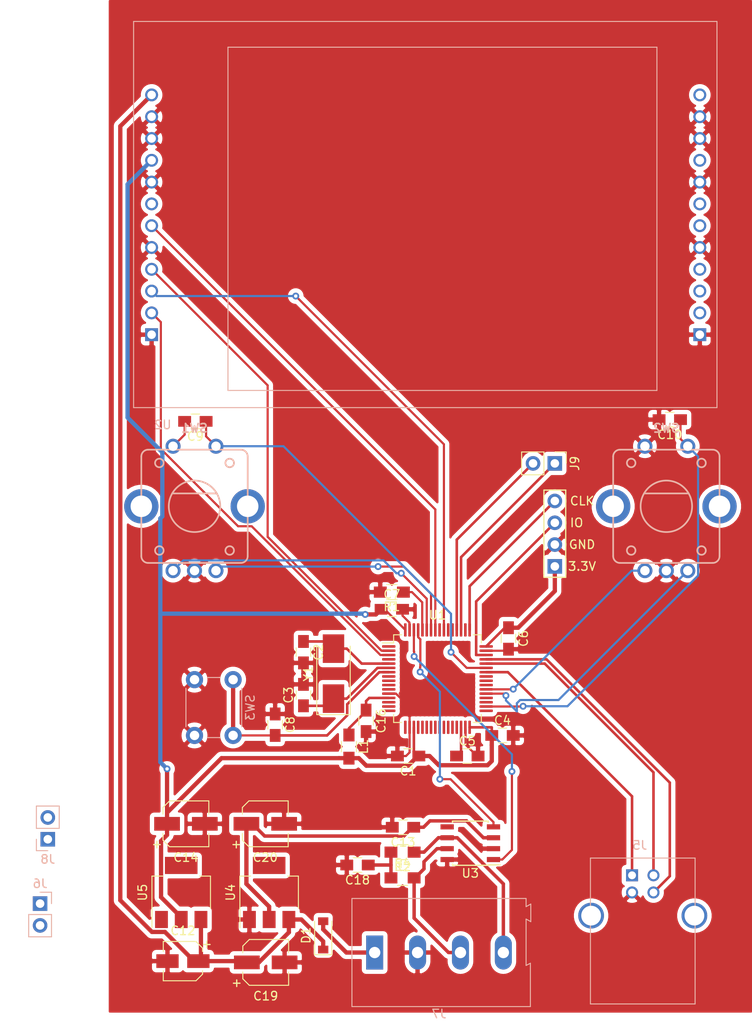
<source format=kicad_pcb>
(kicad_pcb (version 20171130) (host pcbnew "(5.1.5)-3")
  (layers (0 F.Cu signal) (31 B.Cu signal) (34 B.Paste user) (35 F.Paste user) (36 B.SilkS user) (37 F.SilkS user) (38 B.Mask user) (39 F.Mask user) (44 Edge.Cuts user))
  (net 0 "")
  (net 1 +3V3)
  (net 2 GND)
  (net 3 "Net-(C2-Pad1)")
  (net 4 "Net-(C3-Pad1)")
  (net 5 "Net-(C5-Pad1)")
  (net 6 NRST)
  (net 7 "Net-(C9-Pad2)")
  (net 8 L_ENC_BTN)
  (net 9 R_ENC_BTN)
  (net 10 VCC)
  (net 11 +5V)
  (net 12 +3.3VA)
  (net 13 "Net-(C18-Pad1)")
  (net 14 +12V)
  (net 15 SWCLK)
  (net 16 SWDIO)
  (net 17 PA15)
  (net 18 PA8)
  (net 19 PA7)
  (net 20 PA6)
  (net 21 PA5)
  (net 22 PA4)
  (net 23 PA3)
  (net 24 PA2)
  (net 25 PA1)
  (net 26 PA0)
  (net 27 PB0)
  (net 28 PB1)
  (net 29 PB2)
  (net 30 PB4)
  (net 31 PB10)
  (net 32 PB12)
  (net 33 PB14)
  (net 34 PB15)
  (net 35 PD2)
  (net 36 PC15)
  (net 37 PC12)
  (net 38 PC9)
  (net 39 PC8)
  (net 40 PC5)
  (net 41 PC4)
  (net 42 PC3)
  (net 43 PC2)
  (net 44 PC1)
  (net 45 PC0)
  (net 46 USB_DM)
  (net 47 USB_VBUS)
  (net 48 USB_DP)
  (net 49 CANL)
  (net 50 CANH)
  (net 51 USART3_RX)
  (net 52 USART3_TX)
  (net 53 "Net-(R1-Pad1)")
  (net 54 L_ENC_UP)
  (net 55 L_ENC_DN)
  (net 56 R_ENC_DN)
  (net 57 R_ENC_UP)
  (net 58 "Net-(U1-Pad1)")
  (net 59 LCD_DC)
  (net 60 LCD_RESET)
  (net 61 LCD_SCK)
  (net 62 LCD_MOSI)
  (net 63 CAN1_RX)
  (net 64 CAN1_TX)
  (net 65 "Net-(U2-Pad7)")
  (net 66 "Net-(U2-Pad21)")
  (net 67 "Net-(U2-Pad19)")
  (net 68 "Net-(U2-Pad18)")
  (net 69 "Net-(U2-Pad16)")
  (net 70 "Net-(U2-Pad14)")
  (net 71 "Net-(U2-Pad15)")
  (net 72 "Net-(U3-Pad5)")
  (net 73 "Net-(U2-Pad24)")
  (module Socket_Strips:Socket_Strip_Straight_1x02_Pitch2.54mm (layer F.Cu) (at 142 80 270)
    (fp_text reference J9 (at 0 -2.33 90) (layer F.SilkS))
    (fp_text value Conn_01x02)
    (pad 1 thru_hole rect (at 0 0 270) (size 1.7 1.7) (drill 1) (layers *.Cu *.Mask) (net 52 USART3_TX))
    (pad 2 thru_hole oval (at 0 2.54 270) (size 1.7 1.7) (drill 1) (layers *.Cu *.Mask) (net 51 USART3_RX))
  )
  (module Socket_Strips:Socket_Strip_Straight_1x02_Pitch2.54mm (layer B.Cu) (at 82.9 123.8)
    (fp_text reference J8 (at 0 2.33 180) (layer B.SilkS) (effects (justify mirror)))
    (fp_text value Conn_01x02)
    (pad 1 thru_hole rect (at 0 0) (size 1.7 1.7) (drill 1) (layers *.Cu *.Mask) (net 1 +3V3))
    (pad 2 thru_hole oval (at 0 -2.54) (size 1.7 1.7) (drill 1) (layers *.Cu *.Mask) (net 2 GND))
  )
  (module Socket_Strips:Socket_Strip_Straight_1x02_Pitch2.54mm (layer B.Cu) (at 82 131.3 180)
    (fp_text reference J6 (at 0 2.33) (layer B.SilkS) (effects (justify mirror)))
    (fp_text value Conn_01x02)
    (pad 1 thru_hole rect (at 0 0 180) (size 1.7 1.7) (drill 1) (layers *.Cu *.Mask) (net 11 +5V))
    (pad 2 thru_hole oval (at 0 -2.54 180) (size 1.7 1.7) (drill 1) (layers *.Cu *.Mask) (net 2 GND))
  )
  (module Capacitors_SMD:C_0805_HandSoldering (layer F.Cu) (at 124.9 114.1 180)
    (fp_text reference C1 (at 0 -1.75) (layer F.SilkS))
    (fp_text value 100nF)
    (pad 1 smd rect (at -1.25 0 180) (size 1.5 1.25) (layers F.Cu F.Paste F.Mask) (net 1 +3V3))
    (pad 2 smd rect (at 1.25 0 180) (size 1.5 1.25) (layers F.Cu F.Paste F.Mask) (net 2 GND))
  )
  (module Capacitors_SMD:C_0805_HandSoldering (layer F.Cu) (at 112.7 102 270)
    (fp_text reference C2 (at 0 -1.75 90) (layer F.SilkS))
    (fp_text value 18pF)
    (pad 1 smd rect (at -1.25 0 270) (size 1.5 1.25) (layers F.Cu F.Paste F.Mask) (net 3 "Net-(C2-Pad1)"))
    (pad 2 smd rect (at 1.25 0 270) (size 1.5 1.25) (layers F.Cu F.Paste F.Mask) (net 2 GND))
  )
  (module Capacitors_SMD:C_0805_HandSoldering (layer F.Cu) (at 112.7 107 90)
    (fp_text reference C3 (at 0 -1.75 90) (layer F.SilkS))
    (fp_text value 18pF)
    (pad 2 smd rect (at 1.25 0 90) (size 1.5 1.25) (layers F.Cu F.Paste F.Mask) (net 2 GND))
    (pad 1 smd rect (at -1.25 0 90) (size 1.5 1.25) (layers F.Cu F.Paste F.Mask) (net 4 "Net-(C3-Pad1)"))
  )
  (module Capacitors_SMD:C_0805_HandSoldering (layer F.Cu) (at 135.9 111.7)
    (fp_text reference C4 (at 0 -1.75) (layer F.SilkS))
    (fp_text value 100nF)
    (pad 2 smd rect (at 1.25 0) (size 1.5 1.25) (layers F.Cu F.Paste F.Mask) (net 2 GND))
    (pad 1 smd rect (at -1.25 0) (size 1.5 1.25) (layers F.Cu F.Paste F.Mask) (net 1 +3V3))
  )
  (module Capacitors_SMD:C_0805_HandSoldering (layer F.Cu) (at 131.8 114.1)
    (fp_text reference C5 (at 0 -1.75) (layer F.SilkS))
    (fp_text value 2.2uF)
    (pad 2 smd rect (at 1.25 0) (size 1.5 1.25) (layers F.Cu F.Paste F.Mask) (net 2 GND))
    (pad 1 smd rect (at -1.25 0) (size 1.5 1.25) (layers F.Cu F.Paste F.Mask) (net 5 "Net-(C5-Pad1)"))
  )
  (module Capacitors_SMD:C_0805_HandSoldering (layer F.Cu) (at 136.6 100.4 270)
    (fp_text reference C6 (at 0 -1.75 90) (layer F.SilkS))
    (fp_text value 100nF)
    (pad 1 smd rect (at -1.25 0 270) (size 1.5 1.25) (layers F.Cu F.Paste F.Mask) (net 1 +3V3))
    (pad 2 smd rect (at 1.25 0 270) (size 1.5 1.25) (layers F.Cu F.Paste F.Mask) (net 2 GND))
  )
  (module Capacitors_SMD:C_0805_HandSoldering (layer F.Cu) (at 123 97)
    (fp_text reference C7 (at 0 -1.75) (layer F.SilkS))
    (fp_text value 100nF)
    (pad 2 smd rect (at 1.25 0) (size 1.5 1.25) (layers F.Cu F.Paste F.Mask) (net 2 GND))
    (pad 1 smd rect (at -1.25 0) (size 1.5 1.25) (layers F.Cu F.Paste F.Mask) (net 1 +3V3))
  )
  (module Capacitors_SMD:C_0805_HandSoldering (layer F.Cu) (at 109.4 110.45 270)
    (fp_text reference C8 (at 0 -1.75 90) (layer F.SilkS))
    (fp_text value 100nF)
    (pad 2 smd rect (at 1.25 0 270) (size 1.5 1.25) (layers F.Cu F.Paste F.Mask) (net 6 NRST))
    (pad 1 smd rect (at -1.25 0 270) (size 1.5 1.25) (layers F.Cu F.Paste F.Mask) (net 2 GND))
  )
  (module Capacitors_SMD:C_0805_HandSoldering (layer F.Cu) (at 100.1 75.1 180)
    (fp_text reference C9 (at 0 -1.75) (layer F.SilkS))
    (fp_text value 100nF)
    (pad 2 smd rect (at 1.25 0 180) (size 1.5 1.25) (layers F.Cu F.Paste F.Mask) (net 7 "Net-(C9-Pad2)"))
    (pad 1 smd rect (at -1.25 0 180) (size 1.5 1.25) (layers F.Cu F.Paste F.Mask) (net 8 L_ENC_BTN))
  )
  (module Capacitors_SMD:C_0805_HandSoldering (layer F.Cu) (at 155.4 74.9 180)
    (fp_text reference C10 (at 0 -1.75) (layer F.SilkS))
    (fp_text value 100nF)
    (pad 1 smd rect (at -1.25 0 180) (size 1.5 1.25) (layers F.Cu F.Paste F.Mask) (net 9 R_ENC_BTN))
    (pad 2 smd rect (at 1.25 0 180) (size 1.5 1.25) (layers F.Cu F.Paste F.Mask) (net 2 GND))
  )
  (module Capacitors_SMD:CP_Elec_4x5.8 (layer F.Cu) (at 98.65 138 180)
    (fp_text reference C12 (at 0 3.54) (layer F.SilkS))
    (fp_text value 22uF)
    (fp_text user + (at -2.78 2.01) (layer F.SilkS))
    (pad 2 smd rect (at 1.8 0) (size 2.6 1.6) (layers F.Cu F.Paste F.Mask) (net 2 GND))
    (pad 1 smd rect (at -1.8 0) (size 2.6 1.6) (layers F.Cu F.Paste F.Mask) (net 10 VCC))
  )
  (module Capacitors_SMD:C_0805_HandSoldering (layer F.Cu) (at 124.3 122.4 180)
    (fp_text reference C13 (at 0 -1.75) (layer F.SilkS))
    (fp_text value 100nF)
    (pad 2 smd rect (at 1.25 0 180) (size 1.5 1.25) (layers F.Cu F.Paste F.Mask) (net 2 GND))
    (pad 1 smd rect (at -1.25 0 180) (size 1.5 1.25) (layers F.Cu F.Paste F.Mask) (net 11 +5V))
  )
  (module Capacitors_SMD:CP_Elec_5x5.8 (layer F.Cu) (at 99 122)
    (fp_text reference C14 (at 0 3.92) (layer F.SilkS))
    (fp_text value 47uF)
    (fp_text user + (at -3.38 2.35) (layer F.SilkS))
    (pad 2 smd rect (at 2.2 0 180) (size 3 1.6) (layers F.Cu F.Paste F.Mask) (net 2 GND))
    (pad 1 smd rect (at -2.2 0 180) (size 3 1.6) (layers F.Cu F.Paste F.Mask) (net 1 +3V3))
  )
  (module Capacitors_SMD:C_0805_HandSoldering (layer F.Cu) (at 120 110 270)
    (fp_text reference C16 (at 0 -1.75 90) (layer F.SilkS))
    (fp_text value 100nF)
    (pad 1 smd rect (at -1.25 0 270) (size 1.5 1.25) (layers F.Cu F.Paste F.Mask) (net 12 +3.3VA))
    (pad 2 smd rect (at 1.25 0 270) (size 1.5 1.25) (layers F.Cu F.Paste F.Mask) (net 2 GND))
  )
  (module Capacitors_SMD:C_0805_HandSoldering (layer F.Cu) (at 119 126.8 180)
    (fp_text reference C18 (at 0 -1.75) (layer F.SilkS))
    (fp_text value 47nF)
    (pad 1 smd rect (at -1.25 0 180) (size 1.5 1.25) (layers F.Cu F.Paste F.Mask) (net 13 "Net-(C18-Pad1)"))
    (pad 2 smd rect (at 1.25 0 180) (size 1.5 1.25) (layers F.Cu F.Paste F.Mask) (net 2 GND))
  )
  (module Capacitors_SMD:CP_Elec_5x5.8 (layer F.Cu) (at 108.3 138.15)
    (fp_text reference C19 (at 0 3.92) (layer F.SilkS))
    (fp_text value 10uF)
    (fp_text user + (at -3.38 2.35) (layer F.SilkS))
    (pad 1 smd rect (at -2.2 0 180) (size 3 1.6) (layers F.Cu F.Paste F.Mask) (net 10 VCC))
    (pad 2 smd rect (at 2.2 0 180) (size 3 1.6) (layers F.Cu F.Paste F.Mask) (net 2 GND))
  )
  (module Capacitors_SMD:CP_Elec_5x5.8 (layer F.Cu) (at 108.25 122)
    (fp_text reference C20 (at 0 3.92) (layer F.SilkS))
    (fp_text value 22uF)
    (fp_text user + (at -3.38 2.35) (layer F.SilkS))
    (pad 2 smd rect (at 2.2 0 180) (size 3 1.6) (layers F.Cu F.Paste F.Mask) (net 2 GND))
    (pad 1 smd rect (at -2.2 0 180) (size 3 1.6) (layers F.Cu F.Paste F.Mask) (net 11 +5V))
  )
  (module Diodes_SMD:D_SOD-123 (layer F.Cu) (at 115 135 90)
    (fp_text reference D1 (at 0 -2 90) (layer F.SilkS))
    (fp_text value 1N5819)
    (pad 2 smd rect (at 1.65 0 90) (size 0.9 1.2) (layers F.Cu F.Paste F.Mask) (net 14 +12V))
    (pad 1 smd rect (at -1.65 0 90) (size 0.9 1.2) (layers F.Cu F.Paste F.Mask) (net 10 VCC))
  )
  (module Custom_Footprints:SWD_header (layer F.Cu) (at 142 92 90)
    (fp_text reference J1 hide)
    (fp_text value SWD_Header)
    (fp_text user 3.3V (at 0 3.175) (layer F.SilkS))
    (fp_text user GND (at 2.54 3.175) (layer F.SilkS))
    (fp_text user IO (at 5.08 2.54) (layer F.SilkS))
    (fp_text user CLK (at 7.62 3.175) (layer F.SilkS))
    (pad 4 thru_hole circle (at 7.62 0 90) (size 1.7 1.7) (drill 1) (layers *.Cu *.Mask) (net 15 SWCLK))
    (pad 3 thru_hole circle (at 5.08 0 90) (size 1.7 1.7) (drill 1) (layers *.Cu *.Mask) (net 16 SWDIO))
    (pad 2 thru_hole circle (at 2.54 0 90) (size 1.7 1.7) (drill 1) (layers *.Cu *.Mask) (net 2 GND))
    (pad 1 thru_hole rect (at 0 0 90) (size 1.7 1.7) (drill 1) (layers *.Cu *.Mask) (net 1 +3V3))
  )
  (module Custom_Footprints:USB_B_Molex (layer B.Cu) (at 151 128 180)
    (fp_text reference J5 (at -0.9 3.5) (layer B.SilkS) (effects (justify mirror)))
    (fp_text value USB_B_Micro)
    (pad 2 thru_hole circle (at -2.5 0 180) (size 1.4 1.4) (drill 0.92) (layers *.Cu *.Mask) (net 46 USB_DM))
    (pad "" thru_hole circle (at -7.27 -4.7 180) (size 3 3) (drill 2.3) (layers *.Cu *.Mask))
    (pad 1 thru_hole rect (at 0 0 180) (size 1.4 1.4) (drill 0.92) (layers *.Cu *.Mask) (net 47 USB_VBUS))
    (pad 3 thru_hole circle (at -2.5 -2 180) (size 1.4 1.4) (drill 0.92) (layers *.Cu *.Mask) (net 48 USB_DP))
    (pad 4 thru_hole circle (at 0 -2 180) (size 1.4 1.4) (drill 0.92) (layers *.Cu *.Mask) (net 2 GND))
    (pad "" thru_hole circle (at 4.77 -4.7 180) (size 3 3) (drill 2.3) (layers *.Cu *.Mask))
  )
  (module Connectors_Terminal_Blocks:TerminalBlock_Altech_AK300-4_P5.00mm (layer B.Cu) (at 121 137)
    (fp_text reference J7 (at 7.5 7.15) (layer B.SilkS) (effects (justify mirror)))
    (fp_text value "CAN Header")
    (pad 3 thru_hole oval (at 10 0) (size 1.98 3.96) (drill 1.32) (layers *.Cu *.Mask) (net 50 CANH))
    (pad 4 thru_hole oval (at 15 0) (size 1.98 3.96) (drill 1.32) (layers *.Cu *.Mask) (net 49 CANL))
    (pad 2 thru_hole oval (at 5 0) (size 1.98 3.96) (drill 1.32) (layers *.Cu *.Mask) (net 2 GND))
    (pad 1 thru_hole rect (at 0 0) (size 1.98 3.96) (drill 1.32) (layers *.Cu *.Mask) (net 14 +12V))
  )
  (module Resistors_SMD:R_0805_HandSoldering (layer F.Cu) (at 118 113 270)
    (fp_text reference L1 (at 0 -1.7 90) (layer F.SilkS))
    (fp_text value L)
    (pad 2 smd rect (at 1.35 0 270) (size 1.5 1.3) (layers F.Cu F.Paste F.Mask) (net 1 +3V3))
    (pad 1 smd rect (at -1.35 0 270) (size 1.5 1.3) (layers F.Cu F.Paste F.Mask) (net 12 +3.3VA))
  )
  (module Resistors_SMD:R_0805_HandSoldering (layer F.Cu) (at 123 95 180)
    (fp_text reference R1 (at 0 -1.7) (layer F.SilkS))
    (fp_text value 10k)
    (pad 2 smd rect (at 1.35 0 180) (size 1.5 1.3) (layers F.Cu F.Paste F.Mask) (net 2 GND))
    (pad 1 smd rect (at -1.35 0 180) (size 1.5 1.3) (layers F.Cu F.Paste F.Mask) (net 53 "Net-(R1-Pad1)"))
  )
  (module Resistors_SMD:R_0805_HandSoldering (layer F.Cu) (at 124.25 125.3 180)
    (fp_text reference R2 (at 0 -1.7) (layer F.SilkS))
    (fp_text value 60)
    (pad 1 smd rect (at -1.35 0 180) (size 1.5 1.3) (layers F.Cu F.Paste F.Mask) (net 49 CANL))
    (pad 2 smd rect (at 1.35 0 180) (size 1.5 1.3) (layers F.Cu F.Paste F.Mask) (net 13 "Net-(C18-Pad1)"))
  )
  (module Resistors_SMD:R_0805_HandSoldering (layer F.Cu) (at 124.25 128.3)
    (fp_text reference R4 (at 0 -1.7) (layer F.SilkS))
    (fp_text value 60)
    (pad 1 smd rect (at -1.35 0) (size 1.5 1.3) (layers F.Cu F.Paste F.Mask) (net 13 "Net-(C18-Pad1)"))
    (pad 2 smd rect (at 1.35 0) (size 1.5 1.3) (layers F.Cu F.Paste F.Mask) (net 50 CANH))
  )
  (module Custom_Footprints:Encoder (layer B.Cu) (at 100 85 180)
    (fp_text reference SW1 (at 0 9.1) (layer B.SilkS) (effects (font (thickness 0.2)) (justify mirror)))
    (fp_text value Left_Encoder hide)
    (pad A thru_hole circle (at -2.5 -7.5 180) (size 1.75 1.75) (drill 1.1) (layers *.Cu *.Mask) (net 54 L_ENC_UP))
    (pad B thru_hole circle (at 2.5 -7.5 180) (size 1.75 1.75) (drill 1.1) (layers *.Cu *.Mask) (net 55 L_ENC_DN))
    (pad C thru_hole circle (at 0 -7.5 180) (size 1.75 1.75) (drill 1.1) (layers *.Cu *.Mask) (net 2 GND))
    (pad S2 thru_hole circle (at 2.5 7 180) (size 1.75 1.75) (drill 1.1) (layers *.Cu *.Mask) (net 7 "Net-(C9-Pad2)"))
    (pad S1 thru_hole circle (at -2.5 7 180) (size 1.75 1.75) (drill 1.1) (layers *.Cu *.Mask) (net 8 L_ENC_BTN))
    (pad body thru_hole oval (at 6.2 0 180) (size 4 4) (drill 2.5) (layers *.Cu *.Mask))
    (pad body thru_hole oval (at -6.2 0 180) (size 4 4) (drill 2.5) (layers *.Cu *.Mask))
  )
  (module Custom_Footprints:Encoder (layer B.Cu) (at 155 85 180)
    (fp_text reference SW2 (at 0 9.1) (layer B.SilkS) (effects (font (thickness 0.2)) (justify mirror)))
    (fp_text value Right_Encoder hide)
    (pad body thru_hole oval (at -6.2 0 180) (size 4 4) (drill 2.5) (layers *.Cu *.Mask))
    (pad body thru_hole oval (at 6.2 0 180) (size 4 4) (drill 2.5) (layers *.Cu *.Mask))
    (pad S1 thru_hole circle (at -2.5 7 180) (size 1.75 1.75) (drill 1.1) (layers *.Cu *.Mask) (net 9 R_ENC_BTN))
    (pad S2 thru_hole circle (at 2.5 7 180) (size 1.75 1.75) (drill 1.1) (layers *.Cu *.Mask) (net 2 GND))
    (pad C thru_hole circle (at 0 -7.5 180) (size 1.75 1.75) (drill 1.1) (layers *.Cu *.Mask) (net 2 GND))
    (pad B thru_hole circle (at 2.5 -7.5 180) (size 1.75 1.75) (drill 1.1) (layers *.Cu *.Mask) (net 56 R_ENC_DN))
    (pad A thru_hole circle (at -2.5 -7.5 180) (size 1.75 1.75) (drill 1.1) (layers *.Cu *.Mask) (net 57 R_ENC_UP))
  )
  (module Buttons_Switches_THT:SW_PUSH_6mm (layer B.Cu) (at 104.5 111.7 90)
    (fp_text reference SW3 (at 3.25 2 90) (layer B.SilkS) (effects (justify mirror)))
    (fp_text value SW_Push)
    (pad 1 thru_hole circle (at 6.5 0) (size 2 2) (drill 1.1) (layers *.Cu *.Mask) (net 6 NRST))
    (pad 2 thru_hole circle (at 6.5 -4.5) (size 2 2) (drill 1.1) (layers *.Cu *.Mask) (net 2 GND))
    (pad 1 thru_hole circle (at 0 0) (size 2 2) (drill 1.1) (layers *.Cu *.Mask) (net 6 NRST))
    (pad 2 thru_hole circle (at 0 -4.5) (size 2 2) (drill 1.1) (layers *.Cu *.Mask) (net 2 GND))
  )
  (module Package_QFP:LQFP-64_10x10mm_P0.5mm (layer F.Cu) (at 128.32 105.08)
    (fp_text reference U1 (at 0 -7.4) (layer F.SilkS))
    (fp_text value STM32F446RETx)
    (pad 1 smd roundrect (at -5.675 -3.75) (size 1.55 0.3) (layers F.Cu F.Paste F.Mask) (net 58 "Net-(U1-Pad1)"))
    (pad 2 smd roundrect (at -5.675 -3.25) (size 1.55 0.3) (layers F.Cu F.Paste F.Mask) (net 59 LCD_DC))
    (pad 3 smd roundrect (at -5.675 -2.75) (size 1.55 0.3) (layers F.Cu F.Paste F.Mask) (net 60 LCD_RESET))
    (pad 4 smd roundrect (at -5.675 -2.25) (size 1.55 0.3) (layers F.Cu F.Paste F.Mask) (net 36 PC15))
    (pad 5 smd roundrect (at -5.675 -1.75) (size 1.55 0.3) (layers F.Cu F.Paste F.Mask) (net 3 "Net-(C2-Pad1)"))
    (pad 6 smd roundrect (at -5.675 -1.25) (size 1.55 0.3) (layers F.Cu F.Paste F.Mask) (net 4 "Net-(C3-Pad1)"))
    (pad 7 smd roundrect (at -5.675 -0.75) (size 1.55 0.3) (layers F.Cu F.Paste F.Mask) (net 6 NRST))
    (pad 8 smd roundrect (at -5.675 -0.25) (size 1.55 0.3) (layers F.Cu F.Paste F.Mask) (net 45 PC0))
    (pad 9 smd roundrect (at -5.675 0.25) (size 1.55 0.3) (layers F.Cu F.Paste F.Mask) (net 44 PC1))
    (pad 10 smd roundrect (at -5.675 0.75) (size 1.55 0.3) (layers F.Cu F.Paste F.Mask) (net 43 PC2))
    (pad 11 smd roundrect (at -5.675 1.25) (size 1.55 0.3) (layers F.Cu F.Paste F.Mask) (net 42 PC3))
    (pad 12 smd roundrect (at -5.675 1.75) (size 1.55 0.3) (layers F.Cu F.Paste F.Mask) (net 2 GND))
    (pad 13 smd roundrect (at -5.675 2.25) (size 1.55 0.3) (layers F.Cu F.Paste F.Mask) (net 12 +3.3VA))
    (pad 14 smd roundrect (at -5.675 2.75) (size 1.55 0.3) (layers F.Cu F.Paste F.Mask) (net 26 PA0))
    (pad 15 smd roundrect (at -5.675 3.25) (size 1.55 0.3) (layers F.Cu F.Paste F.Mask) (net 25 PA1))
    (pad 16 smd roundrect (at -5.675 3.75) (size 1.55 0.3) (layers F.Cu F.Paste F.Mask) (net 24 PA2))
    (pad 17 smd roundrect (at -3.75 5.675) (size 0.3 1.55) (layers F.Cu F.Paste F.Mask) (net 23 PA3))
    (pad 18 smd roundrect (at -3.25 5.675) (size 0.3 1.55) (layers F.Cu F.Paste F.Mask) (net 2 GND))
    (pad 19 smd roundrect (at -2.75 5.675) (size 0.3 1.55) (layers F.Cu F.Paste F.Mask) (net 1 +3V3))
    (pad 20 smd roundrect (at -2.25 5.675) (size 0.3 1.55) (layers F.Cu F.Paste F.Mask) (net 22 PA4))
    (pad 21 smd roundrect (at -1.75 5.675) (size 0.3 1.55) (layers F.Cu F.Paste F.Mask) (net 21 PA5))
    (pad 22 smd roundrect (at -1.25 5.675) (size 0.3 1.55) (layers F.Cu F.Paste F.Mask) (net 20 PA6))
    (pad 23 smd roundrect (at -0.75 5.675) (size 0.3 1.55) (layers F.Cu F.Paste F.Mask) (net 19 PA7))
    (pad 24 smd roundrect (at -0.25 5.675) (size 0.3 1.55) (layers F.Cu F.Paste F.Mask) (net 41 PC4))
    (pad 25 smd roundrect (at 0.25 5.675) (size 0.3 1.55) (layers F.Cu F.Paste F.Mask) (net 40 PC5))
    (pad 26 smd roundrect (at 0.75 5.675) (size 0.3 1.55) (layers F.Cu F.Paste F.Mask) (net 27 PB0))
    (pad 27 smd roundrect (at 1.25 5.675) (size 0.3 1.55) (layers F.Cu F.Paste F.Mask) (net 28 PB1))
    (pad 28 smd roundrect (at 1.75 5.675) (size 0.3 1.55) (layers F.Cu F.Paste F.Mask) (net 29 PB2))
    (pad 29 smd roundrect (at 2.25 5.675) (size 0.3 1.55) (layers F.Cu F.Paste F.Mask) (net 31 PB10))
    (pad 30 smd roundrect (at 2.75 5.675) (size 0.3 1.55) (layers F.Cu F.Paste F.Mask) (net 5 "Net-(C5-Pad1)"))
    (pad 31 smd roundrect (at 3.25 5.675) (size 0.3 1.55) (layers F.Cu F.Paste F.Mask) (net 2 GND))
    (pad 32 smd roundrect (at 3.75 5.675) (size 0.3 1.55) (layers F.Cu F.Paste F.Mask) (net 1 +3V3))
    (pad 33 smd roundrect (at 5.675 3.75) (size 1.55 0.3) (layers F.Cu F.Paste F.Mask) (net 32 PB12))
    (pad 34 smd roundrect (at 5.675 3.25) (size 1.55 0.3) (layers F.Cu F.Paste F.Mask) (net 9 R_ENC_BTN))
    (pad 35 smd roundrect (at 5.675 2.75) (size 1.55 0.3) (layers F.Cu F.Paste F.Mask) (net 33 PB14))
    (pad 36 smd roundrect (at 5.675 2.25) (size 1.55 0.3) (layers F.Cu F.Paste F.Mask) (net 34 PB15))
    (pad 37 smd roundrect (at 5.675 1.75) (size 1.55 0.3) (layers F.Cu F.Paste F.Mask) (net 57 R_ENC_UP))
    (pad 38 smd roundrect (at 5.675 1.25) (size 1.55 0.3) (layers F.Cu F.Paste F.Mask) (net 56 R_ENC_DN))
    (pad 39 smd roundrect (at 5.675 0.75) (size 1.55 0.3) (layers F.Cu F.Paste F.Mask) (net 39 PC8))
    (pad 40 smd roundrect (at 5.675 0.25) (size 1.55 0.3) (layers F.Cu F.Paste F.Mask) (net 38 PC9))
    (pad 41 smd roundrect (at 5.675 -0.25) (size 1.55 0.3) (layers F.Cu F.Paste F.Mask) (net 18 PA8))
    (pad 42 smd roundrect (at 5.675 -0.75) (size 1.55 0.3) (layers F.Cu F.Paste F.Mask) (net 47 USB_VBUS))
    (pad 43 smd roundrect (at 5.675 -1.25) (size 1.55 0.3) (layers F.Cu F.Paste F.Mask) (net 8 L_ENC_BTN))
    (pad 44 smd roundrect (at 5.675 -1.75) (size 1.55 0.3) (layers F.Cu F.Paste F.Mask) (net 46 USB_DM))
    (pad 45 smd roundrect (at 5.675 -2.25) (size 1.55 0.3) (layers F.Cu F.Paste F.Mask) (net 48 USB_DP))
    (pad 46 smd roundrect (at 5.675 -2.75) (size 1.55 0.3) (layers F.Cu F.Paste F.Mask) (net 16 SWDIO))
    (pad 47 smd roundrect (at 5.675 -3.25) (size 1.55 0.3) (layers F.Cu F.Paste F.Mask) (net 2 GND))
    (pad 48 smd roundrect (at 5.675 -3.75) (size 1.55 0.3) (layers F.Cu F.Paste F.Mask) (net 1 +3V3))
    (pad 49 smd roundrect (at 3.75 -5.675) (size 0.3 1.55) (layers F.Cu F.Paste F.Mask) (net 15 SWCLK))
    (pad 50 smd roundrect (at 3.25 -5.675) (size 0.3 1.55) (layers F.Cu F.Paste F.Mask) (net 17 PA15))
    (pad 51 smd roundrect (at 2.75 -5.675) (size 0.3 1.55) (layers F.Cu F.Paste F.Mask) (net 52 USART3_TX))
    (pad 52 smd roundrect (at 2.25 -5.675) (size 0.3 1.55) (layers F.Cu F.Paste F.Mask) (net 51 USART3_RX))
    (pad 53 smd roundrect (at 1.75 -5.675) (size 0.3 1.55) (layers F.Cu F.Paste F.Mask) (net 37 PC12))
    (pad 54 smd roundrect (at 1.25 -5.675) (size 0.3 1.55) (layers F.Cu F.Paste F.Mask) (net 35 PD2))
    (pad 55 smd roundrect (at 0.75 -5.675) (size 0.3 1.55) (layers F.Cu F.Paste F.Mask) (net 61 LCD_SCK))
    (pad 56 smd roundrect (at 0.25 -5.675) (size 0.3 1.55) (layers F.Cu F.Paste F.Mask) (net 30 PB4))
    (pad 57 smd roundrect (at -0.25 -5.675) (size 0.3 1.55) (layers F.Cu F.Paste F.Mask) (net 62 LCD_MOSI))
    (pad 58 smd roundrect (at -0.75 -5.675) (size 0.3 1.55) (layers F.Cu F.Paste F.Mask) (net 54 L_ENC_UP))
    (pad 59 smd roundrect (at -1.25 -5.675) (size 0.3 1.55) (layers F.Cu F.Paste F.Mask) (net 55 L_ENC_DN))
    (pad 60 smd roundrect (at -1.75 -5.675) (size 0.3 1.55) (layers F.Cu F.Paste F.Mask) (net 53 "Net-(R1-Pad1)"))
    (pad 61 smd roundrect (at -2.25 -5.675) (size 0.3 1.55) (layers F.Cu F.Paste F.Mask) (net 63 CAN1_RX))
    (pad 62 smd roundrect (at -2.75 -5.675) (size 0.3 1.55) (layers F.Cu F.Paste F.Mask) (net 64 CAN1_TX))
    (pad 63 smd roundrect (at -3.25 -5.675) (size 0.3 1.55) (layers F.Cu F.Paste F.Mask) (net 2 GND))
    (pad 64 smd roundrect (at -3.75 -5.675) (size 0.3 1.55) (layers F.Cu F.Paste F.Mask) (net 1 +3V3))
  )
  (module Custom_Footprints:ILI9341_SPI_daughterboard (layer B.Cu) (at 95 65)
    (fp_text reference U2 (at 1.3 10.5) (layer B.SilkS) (effects (justify mirror)))
    (fp_text value ILI9341_SPI_Daughterboard)
    (pad 12 thru_hole circle (at 0 -27.94) (size 1.5 1.5) (drill 1) (layers *.Cu *.Mask) (net 10 VCC))
    (pad 11 thru_hole circle (at 0 -25.4) (size 1.5 1.5) (drill 1) (layers *.Cu *.Mask) (net 2 GND))
    (pad 10 thru_hole circle (at 0 -22.86) (size 1.5 1.5) (drill 1) (layers *.Cu *.Mask) (net 2 GND))
    (pad 9 thru_hole circle (at 0 -20.32) (size 1.5 1.5) (drill 1) (layers *.Cu *.Mask) (net 1 +3V3))
    (pad 8 thru_hole circle (at 0 -17.78) (size 1.5 1.5) (drill 1) (layers *.Cu *.Mask) (net 2 GND))
    (pad 7 thru_hole circle (at 0 -15.24) (size 1.5 1.5) (drill 1) (layers *.Cu *.Mask) (net 65 "Net-(U2-Pad7)"))
    (pad 6 thru_hole circle (at 0 -12.7) (size 1.5 1.5) (drill 1) (layers *.Cu *.Mask) (net 62 LCD_MOSI))
    (pad 5 thru_hole circle (at 0 -10.16) (size 1.5 1.5) (drill 1) (layers *.Cu *.Mask) (net 2 GND))
    (pad 4 thru_hole circle (at 0 -7.62) (size 1.5 1.5) (drill 1) (layers *.Cu *.Mask) (net 59 LCD_DC))
    (pad 3 thru_hole circle (at 0 -5.08) (size 1.5 1.5) (drill 1) (layers *.Cu *.Mask) (net 61 LCD_SCK))
    (pad 2 thru_hole circle (at 0 -2.54) (size 1.5 1.5) (drill 1) (layers *.Cu *.Mask) (net 60 LCD_RESET))
    (pad 1 thru_hole rect (at 0 0) (size 1.5 1.5) (drill 1) (layers *.Cu *.Mask) (net 2 GND))
    (pad 24 thru_hole circle (at 63.9 -27.94) (size 1.5 1.5) (drill 1) (layers *.Cu *.Mask) (net 73 "Net-(U2-Pad24)"))
    (pad 23 thru_hole circle (at 63.9 -25.4) (size 1.5 1.5) (drill 1) (layers *.Cu *.Mask) (net 2 GND))
    (pad 22 thru_hole circle (at 63.9 -22.86) (size 1.5 1.5) (drill 1) (layers *.Cu *.Mask) (net 2 GND))
    (pad 21 thru_hole circle (at 63.9 -20.32) (size 1.5 1.5) (drill 1) (layers *.Cu *.Mask) (net 66 "Net-(U2-Pad21)"))
    (pad 20 thru_hole circle (at 63.9 -17.78) (size 1.5 1.5) (drill 1) (layers *.Cu *.Mask) (net 2 GND))
    (pad 19 thru_hole circle (at 63.9 -15.24) (size 1.5 1.5) (drill 1) (layers *.Cu *.Mask) (net 67 "Net-(U2-Pad19)"))
    (pad 18 thru_hole circle (at 63.9 -12.7) (size 1.5 1.5) (drill 1) (layers *.Cu *.Mask) (net 68 "Net-(U2-Pad18)"))
    (pad 17 thru_hole circle (at 63.9 -10.16) (size 1.5 1.5) (drill 1) (layers *.Cu *.Mask) (net 2 GND))
    (pad 16 thru_hole circle (at 63.9 -7.62) (size 1.5 1.5) (drill 1) (layers *.Cu *.Mask) (net 69 "Net-(U2-Pad16)"))
    (pad 13 thru_hole rect (at 63.9 0) (size 1.5 1.5) (drill 1) (layers *.Cu *.Mask) (net 2 GND))
    (pad 14 thru_hole circle (at 63.9 -2.54) (size 1.5 1.5) (drill 1) (layers *.Cu *.Mask) (net 70 "Net-(U2-Pad14)"))
    (pad 15 thru_hole circle (at 63.9 -5.08) (size 1.5 1.5) (drill 1) (layers *.Cu *.Mask) (net 71 "Net-(U2-Pad15)"))
  )
  (module Housings_SOIC:SOIC-8_3.9x4.9mm_Pitch1.27mm (layer F.Cu) (at 132.15 124.26 180)
    (fp_text reference U3 (at 0 -3.5) (layer F.SilkS))
    (fp_text value TJA1051T)
    (pad 8 smd rect (at 2.7 -1.905 180) (size 1.55 0.6) (layers F.Cu F.Paste F.Mask) (net 2 GND))
    (pad 7 smd rect (at 2.7 -0.635 180) (size 1.55 0.6) (layers F.Cu F.Paste F.Mask) (net 50 CANH))
    (pad 6 smd rect (at 2.7 0.635 180) (size 1.55 0.6) (layers F.Cu F.Paste F.Mask) (net 49 CANL))
    (pad 5 smd rect (at 2.7 1.905 180) (size 1.55 0.6) (layers F.Cu F.Paste F.Mask) (net 72 "Net-(U3-Pad5)"))
    (pad 4 smd rect (at -2.7 1.905 180) (size 1.55 0.6) (layers F.Cu F.Paste F.Mask) (net 63 CAN1_RX))
    (pad 3 smd rect (at -2.7 0.635 180) (size 1.55 0.6) (layers F.Cu F.Paste F.Mask) (net 11 +5V))
    (pad 2 smd rect (at -2.7 -0.635 180) (size 1.55 0.6) (layers F.Cu F.Paste F.Mask) (net 2 GND))
    (pad 1 smd rect (at -2.7 -1.905 180) (size 1.55 0.6) (layers F.Cu F.Paste F.Mask) (net 64 CAN1_TX))
  )
  (module TO_SOT_Packages_SMD:SOT-223 (layer F.Cu) (at 108.7 130 90)
    (fp_text reference U4 (at 0 -4.5 90) (layer F.SilkS))
    (fp_text value LM1117-5.0)
    (pad 1 smd rect (at -3.15 -2.3 90) (size 2 1.5) (layers F.Cu F.Paste F.Mask) (net 2 GND))
    (pad 3 smd rect (at -3.15 2.3 90) (size 2 1.5) (layers F.Cu F.Paste F.Mask) (net 10 VCC))
    (pad 2 smd rect (at -3.15 0 90) (size 2 1.5) (layers F.Cu F.Paste F.Mask) (net 11 +5V))
    (pad 4 smd rect (at 3.15 0 90) (size 2 3.8) (layers F.Cu F.Paste F.Mask))
  )
  (module TO_SOT_Packages_SMD:SOT-223 (layer F.Cu) (at 98.45 130 90)
    (fp_text reference U5 (at 0 -4.5 90) (layer F.SilkS))
    (fp_text value LM1117-3.3)
    (pad 4 smd rect (at 3.15 0 90) (size 2 3.8) (layers F.Cu F.Paste F.Mask))
    (pad 2 smd rect (at -3.15 0 90) (size 2 1.5) (layers F.Cu F.Paste F.Mask) (net 1 +3V3))
    (pad 3 smd rect (at -3.15 2.3 90) (size 2 1.5) (layers F.Cu F.Paste F.Mask) (net 10 VCC))
    (pad 1 smd rect (at -3.15 -2.3 90) (size 2 1.5) (layers F.Cu F.Paste F.Mask) (net 2 GND))
  )
  (module Crystals:Crystal_SMD_0603-2pin_6.0x3.5mm_HandSoldering (layer F.Cu) (at 116.2 104.5 90)
    (fp_text reference Y1 (at 0 -2.95 90) (layer F.SilkS))
    (fp_text value Crystal)
    (pad 2 smd rect (at 2.9125 0 90) (size 3.325 2.5) (layers F.Cu F.Paste F.Mask) (net 3 "Net-(C2-Pad1)"))
    (pad 1 smd rect (at -2.9125 0 90) (size 3.325 2.5) (layers F.Cu F.Paste F.Mask) (net 4 "Net-(C3-Pad1)"))
  )
  (segment (start 125.57 113.52) (end 126.15 114.1) (width 0.3) (layer F.Cu) (net 1))
  (segment (start 125.57 110.755) (end 125.57 113.52) (width 0.3) (layer F.Cu) (net 1))
  (segment (start 134.65 110.775) (end 134.65 111.7) (width 0.3) (layer F.Cu) (net 1))
  (segment (start 134.63 110.755) (end 134.65 110.775) (width 0.3) (layer F.Cu) (net 1))
  (segment (start 132.07 110.755) (end 134.63 110.755) (width 0.3) (layer F.Cu) (net 1))
  (segment (start 136.175 99.15) (end 136.6 99.15) (width 0.3) (layer F.Cu) (net 1))
  (segment (start 133.995 101.33) (end 136.175 99.15) (width 0.3) (layer F.Cu) (net 1))
  (segment (start 98.45 132.9) (end 98.45 133.15) (width 0.5) (layer F.Cu) (net 1))
  (segment (start 96.099999 130.549999) (end 98.45 132.9) (width 0.5) (layer F.Cu) (net 1))
  (segment (start 96.099999 124.000001) (end 96.099999 130.549999) (width 0.5) (layer F.Cu) (net 1))
  (segment (start 96.8 123.3) (end 96.099999 124.000001) (width 0.5) (layer F.Cu) (net 1))
  (segment (start 96.8 122) (end 96.8 123.3) (width 0.5) (layer F.Cu) (net 1))
  (segment (start 122.165 97) (end 121.75 97) (width 0.25) (layer F.Cu) (net 1))
  (segment (start 124.57 99.405) (end 122.165 97) (width 0.25) (layer F.Cu) (net 1))
  (segment (start 116.85 114.35) (end 118 114.35) (width 0.5) (layer F.Cu) (net 1))
  (segment (start 103.15 114.35) (end 116.85 114.35) (width 0.5) (layer F.Cu) (net 1))
  (segment (start 96.8 120.7) (end 103.15 114.35) (width 0.5) (layer F.Cu) (net 1))
  (segment (start 96.8 122) (end 96.8 120.7) (width 0.5) (layer F.Cu) (net 1))
  (segment (start 120.025 115.225) (end 124.9 115.225) (width 0.5) (layer F.Cu) (net 1))
  (segment (start 124.9 115.225) (end 126.025 114.1) (width 0.5) (layer F.Cu) (net 1))
  (segment (start 119.15 114.35) (end 120.025 115.225) (width 0.5) (layer F.Cu) (net 1))
  (segment (start 126.025 114.1) (end 126.15 114.1) (width 0.5) (layer F.Cu) (net 1))
  (segment (start 118 114.35) (end 119.15 114.35) (width 0.5) (layer F.Cu) (net 1))
  (segment (start 134.65 112.825) (end 134.65 111.7) (width 0.5) (layer F.Cu) (net 1))
  (segment (start 134.160001 115.175001) (end 134.65 114.685002) (width 0.5) (layer F.Cu) (net 1))
  (segment (start 128.475001 115.175001) (end 134.160001 115.175001) (width 0.5) (layer F.Cu) (net 1))
  (segment (start 134.65 114.685002) (end 134.65 112.825) (width 0.5) (layer F.Cu) (net 1))
  (segment (start 127.4 114.1) (end 128.475001 115.175001) (width 0.5) (layer F.Cu) (net 1))
  (segment (start 126.15 114.1) (end 127.4 114.1) (width 0.5) (layer F.Cu) (net 1))
  (segment (start 142 93.35) (end 142 92) (width 0.5) (layer F.Cu) (net 1))
  (segment (start 137.725 99.15) (end 142 94.875) (width 0.5) (layer F.Cu) (net 1))
  (segment (start 142 94.875) (end 142 93.35) (width 0.5) (layer F.Cu) (net 1))
  (segment (start 136.6 99.15) (end 137.725 99.15) (width 0.5) (layer F.Cu) (net 1))
  (via (at 96.8 115.6) (size 0.8) (drill 0.4) (layers F.Cu B.Cu) (net 1))
  (segment (start 96.8 120.7) (end 96.8 115.6) (width 0.5) (layer F.Cu) (net 1))
  (segment (start 96.250001 78.711003) (end 92.2 74.661002) (width 0.5) (layer B.Cu) (net 1))
  (segment (start 96.250001 86.176001) (end 96.250001 78.711003) (width 0.5) (layer B.Cu) (net 1))
  (segment (start 96.013001 86.413001) (end 96.250001 86.176001) (width 0.5) (layer B.Cu) (net 1))
  (segment (start 96.8 115.6) (end 96.013001 114.813001) (width 0.5) (layer B.Cu) (net 1))
  (segment (start 92.2 47.48) (end 95 44.68) (width 0.5) (layer B.Cu) (net 1))
  (segment (start 92.2 74.661002) (end 92.2 47.48) (width 0.5) (layer B.Cu) (net 1))
  (via (at 119.9 97.6) (size 0.8) (drill 0.4) (layers F.Cu B.Cu) (net 1))
  (segment (start 119.813001 97.513001) (end 119.9 97.6) (width 0.5) (layer B.Cu) (net 1))
  (segment (start 96.013001 97.513001) (end 96.013001 86.413001) (width 0.5) (layer B.Cu) (net 1))
  (segment (start 96.013001 97.513001) (end 119.813001 97.513001) (width 0.5) (layer B.Cu) (net 1))
  (segment (start 96.013001 114.813001) (end 96.013001 97.513001) (width 0.5) (layer B.Cu) (net 1))
  (segment (start 121.15 97.6) (end 121.75 97) (width 0.5) (layer F.Cu) (net 1))
  (segment (start 119.9 97.6) (end 121.15 97.6) (width 0.5) (layer F.Cu) (net 1))
  (segment (start 136.42 101.83) (end 136.6 101.65) (width 0.25) (layer F.Cu) (net 2))
  (segment (start 133.995 101.83) (end 136.42 101.83) (width 0.25) (layer F.Cu) (net 2))
  (segment (start 125.07 113.68) (end 124.65 114.1) (width 0.25) (layer F.Cu) (net 2))
  (segment (start 124.65 114.1) (end 123.65 114.1) (width 0.25) (layer F.Cu) (net 2))
  (segment (start 125.07 110.755) (end 125.07 113.68) (width 0.25) (layer F.Cu) (net 2))
  (segment (start 125.07 108.414298) (end 125.07 110.755) (width 0.25) (layer F.Cu) (net 2))
  (segment (start 122.645 106.83) (end 123.485702 106.83) (width 0.25) (layer F.Cu) (net 2))
  (segment (start 123.485702 106.83) (end 125.07 108.414298) (width 0.25) (layer F.Cu) (net 2))
  (segment (start 125.04501 99.38001) (end 125.07 99.405) (width 0.25) (layer F.Cu) (net 2))
  (segment (start 124.25 97) (end 124.25 97.744298) (width 0.25) (layer F.Cu) (net 2))
  (segment (start 125.04501 98.539308) (end 125.04501 99.38001) (width 0.25) (layer F.Cu) (net 2))
  (segment (start 124.25 97.744298) (end 125.04501 98.539308) (width 0.25) (layer F.Cu) (net 2))
  (segment (start 131.59499 112.76999) (end 132.925 114.1) (width 0.25) (layer F.Cu) (net 2))
  (segment (start 131.59499 110.99499) (end 131.59499 112.76999) (width 0.25) (layer F.Cu) (net 2))
  (segment (start 131.57 110.97) (end 131.59499 110.99499) (width 0.25) (layer F.Cu) (net 2))
  (segment (start 132.925 114.1) (end 133.05 114.1) (width 0.25) (layer F.Cu) (net 2))
  (segment (start 131.57 110.755) (end 131.57 110.97) (width 0.25) (layer F.Cu) (net 2))
  (segment (start 119.4925 103.33) (end 121.87 103.33) (width 0.3) (layer F.Cu) (net 3))
  (segment (start 117.75 101.5875) (end 119.4925 103.33) (width 0.3) (layer F.Cu) (net 3))
  (segment (start 121.87 103.33) (end 122.645 103.33) (width 0.3) (layer F.Cu) (net 3))
  (segment (start 116.2 101.5875) (end 117.75 101.5875) (width 0.3) (layer F.Cu) (net 3))
  (segment (start 115.3625 100.75) (end 116.2 101.5875) (width 0.3) (layer F.Cu) (net 3))
  (segment (start 112.7 100.75) (end 115.3625 100.75) (width 0.3) (layer F.Cu) (net 3))
  (segment (start 121.87 103.83) (end 122.645 103.83) (width 0.3) (layer F.Cu) (net 4))
  (segment (start 117.75 107.4125) (end 121.3325 103.83) (width 0.3) (layer F.Cu) (net 4))
  (segment (start 121.3325 103.83) (end 121.87 103.83) (width 0.3) (layer F.Cu) (net 4))
  (segment (start 116.2 107.4125) (end 117.75 107.4125) (width 0.3) (layer F.Cu) (net 4))
  (segment (start 115.3625 108.25) (end 116.2 107.4125) (width 0.3) (layer F.Cu) (net 4))
  (segment (start 112.7 108.25) (end 115.3625 108.25) (width 0.3) (layer F.Cu) (net 4))
  (segment (start 131.07 113.58) (end 130.55 114.1) (width 0.3) (layer F.Cu) (net 5))
  (segment (start 131.07 110.755) (end 131.07 113.58) (width 0.3) (layer F.Cu) (net 5))
  (segment (start 122.645 104.33) (end 121.53962 104.33) (width 0.3) (layer F.Cu) (net 6))
  (segment (start 117.800001 109.355001) (end 115.455002 111.7) (width 0.3) (layer F.Cu) (net 6))
  (segment (start 115.455002 111.7) (end 109.4 111.7) (width 0.3) (layer F.Cu) (net 6))
  (segment (start 117.800001 108.069619) (end 117.800001 109.355001) (width 0.3) (layer F.Cu) (net 6))
  (segment (start 121.53962 104.33) (end 117.800001 108.069619) (width 0.3) (layer F.Cu) (net 6))
  (segment (start 104.5 111.7) (end 109.4 111.7) (width 0.25) (layer F.Cu) (net 6))
  (segment (start 104.5 106.614213) (end 104.5 111.7) (width 0.5) (layer F.Cu) (net 6))
  (segment (start 104.5 105.2) (end 104.5 106.614213) (width 0.5) (layer F.Cu) (net 6))
  (segment (start 98.85 76.65) (end 97.5 78) (width 0.25) (layer F.Cu) (net 7))
  (segment (start 98.85 75.1) (end 98.85 76.65) (width 0.25) (layer F.Cu) (net 7))
  (segment (start 101.35 76.85) (end 102.5 78) (width 0.25) (layer F.Cu) (net 8))
  (segment (start 101.35 75.1) (end 101.35 76.85) (width 0.25) (layer F.Cu) (net 8))
  (via (at 129.9 102) (size 0.8) (drill 0.4) (layers F.Cu B.Cu) (net 8))
  (segment (start 133.995 103.83) (end 131.73 103.83) (width 0.25) (layer F.Cu) (net 8))
  (segment (start 131.73 103.83) (end 129.9 102) (width 0.25) (layer F.Cu) (net 8))
  (segment (start 110.373002 78) (end 103.737436 78) (width 0.25) (layer B.Cu) (net 8))
  (segment (start 129.9 97.526998) (end 110.373002 78) (width 0.25) (layer B.Cu) (net 8))
  (segment (start 103.737436 78) (end 102.5 78) (width 0.25) (layer B.Cu) (net 8))
  (segment (start 129.9 102) (end 129.9 97.526998) (width 0.25) (layer B.Cu) (net 8))
  (via (at 138.3 108.3) (size 0.8) (drill 0.4) (layers F.Cu B.Cu) (net 9))
  (segment (start 133.995 108.33) (end 138.27 108.33) (width 0.25) (layer F.Cu) (net 9))
  (segment (start 138.27 108.33) (end 138.3 108.3) (width 0.25) (layer F.Cu) (net 9))
  (segment (start 158.374999 78.874999) (end 157.5 78) (width 0.25) (layer B.Cu) (net 9))
  (segment (start 158.700001 79.200001) (end 158.374999 78.874999) (width 0.25) (layer B.Cu) (net 9))
  (segment (start 143.476002 108.3) (end 158.700001 93.076001) (width 0.25) (layer B.Cu) (net 9))
  (segment (start 158.700001 93.076001) (end 158.700001 79.200001) (width 0.25) (layer B.Cu) (net 9))
  (segment (start 138.3 108.3) (end 143.476002 108.3) (width 0.25) (layer B.Cu) (net 9))
  (segment (start 156.65 77.15) (end 157.5 78) (width 0.25) (layer F.Cu) (net 9))
  (segment (start 156.65 74.9) (end 156.65 77.15) (width 0.25) (layer F.Cu) (net 9))
  (segment (start 112.45 133.15) (end 111 133.15) (width 0.5) (layer F.Cu) (net 10))
  (segment (start 115 135.7) (end 112.45 133.15) (width 0.5) (layer F.Cu) (net 10))
  (segment (start 115 136.65) (end 115 135.7) (width 0.5) (layer F.Cu) (net 10))
  (segment (start 107.5 138.15) (end 106.1 138.15) (width 0.5) (layer F.Cu) (net 10))
  (segment (start 111 134.65) (end 107.5 138.15) (width 0.5) (layer F.Cu) (net 10))
  (segment (start 111 133.15) (end 111 134.65) (width 0.5) (layer F.Cu) (net 10))
  (segment (start 105.95 138) (end 106.1 138.15) (width 0.5) (layer F.Cu) (net 10))
  (segment (start 100.45 138) (end 105.95 138) (width 0.5) (layer F.Cu) (net 10))
  (segment (start 100.75 137.7) (end 100.45 138) (width 0.5) (layer F.Cu) (net 10))
  (segment (start 100.75 133.15) (end 100.75 137.7) (width 0.5) (layer F.Cu) (net 10))
  (segment (start 94.250001 37.809999) (end 95 37.06) (width 0.5) (layer F.Cu) (net 10))
  (segment (start 91.349999 40.710001) (end 94.250001 37.809999) (width 0.5) (layer F.Cu) (net 10))
  (segment (start 91.349999 130.910001) (end 91.349999 40.710001) (width 0.5) (layer F.Cu) (net 10))
  (segment (start 95.039999 134.600001) (end 91.349999 130.910001) (width 0.5) (layer F.Cu) (net 10))
  (segment (start 96.550001 134.600001) (end 95.039999 134.600001) (width 0.5) (layer F.Cu) (net 10))
  (segment (start 99.95 138) (end 96.550001 134.600001) (width 0.5) (layer F.Cu) (net 10))
  (segment (start 100.45 138) (end 99.95 138) (width 0.5) (layer F.Cu) (net 10))
  (segment (start 106.05 129) (end 106.05 122) (width 0.5) (layer F.Cu) (net 11))
  (segment (start 108.7 131.65) (end 106.05 129) (width 0.5) (layer F.Cu) (net 11))
  (segment (start 108.7 133.15) (end 108.7 131.65) (width 0.5) (layer F.Cu) (net 11))
  (segment (start 126.7 122.4) (end 125.55 122.4) (width 0.4) (layer F.Cu) (net 11))
  (segment (start 127.445001 121.654999) (end 126.7 122.4) (width 0.4) (layer F.Cu) (net 11))
  (segment (start 131.704999 121.654999) (end 127.445001 121.654999) (width 0.4) (layer F.Cu) (net 11))
  (segment (start 133.675 123.625) (end 131.704999 121.654999) (width 0.4) (layer F.Cu) (net 11))
  (segment (start 134.85 123.625) (end 133.675 123.625) (width 0.4) (layer F.Cu) (net 11))
  (segment (start 124.4 123.425) (end 125.425 122.4) (width 0.4) (layer F.Cu) (net 11))
  (segment (start 106.75 122) (end 108.175001 123.425001) (width 0.4) (layer F.Cu) (net 11))
  (segment (start 125.425 122.4) (end 125.55 122.4) (width 0.4) (layer F.Cu) (net 11))
  (segment (start 108.175001 123.425001) (end 124.4 123.425) (width 0.4) (layer F.Cu) (net 11))
  (segment (start 106.05 122) (end 106.75 122) (width 0.4) (layer F.Cu) (net 11))
  (segment (start 120 107.7) (end 120 108.75) (width 0.3) (layer F.Cu) (net 12))
  (segment (start 120.37 107.33) (end 120 107.7) (width 0.3) (layer F.Cu) (net 12))
  (segment (start 122.645 107.33) (end 120.37 107.33) (width 0.3) (layer F.Cu) (net 12))
  (segment (start 118 110.875) (end 118 111.65) (width 0.3) (layer F.Cu) (net 12))
  (segment (start 120 108.875) (end 118 110.875) (width 0.3) (layer F.Cu) (net 12))
  (segment (start 120 108.75) (end 120 108.875) (width 0.3) (layer F.Cu) (net 12))
  (segment (start 120.25 126.8) (end 122.9 126.8) (width 0.4) (layer F.Cu) (net 13))
  (segment (start 122.9 125.3) (end 122.9 126.8) (width 0.4) (layer F.Cu) (net 13))
  (segment (start 122.9 126.8) (end 122.9 128.3) (width 0.4) (layer F.Cu) (net 13))
  (segment (start 115 134.3) (end 115 133.35) (width 0.5) (layer F.Cu) (net 14))
  (segment (start 117.7 137) (end 115 134.3) (width 0.5) (layer F.Cu) (net 14))
  (segment (start 121 137) (end 117.7 137) (width 0.5) (layer F.Cu) (net 14))
  (segment (start 132.07 94.31) (end 142 84.38) (width 0.3) (layer F.Cu) (net 15))
  (segment (start 132.07 99.405) (end 132.07 94.31) (width 0.3) (layer F.Cu) (net 15))
  (segment (start 133.995 102.33) (end 132.83 102.33) (width 0.3) (layer F.Cu) (net 16))
  (segment (start 132.83 96.09) (end 142 86.92) (width 0.3) (layer F.Cu) (net 16))
  (segment (start 132.83 102.33) (end 132.83 96.09) (width 0.3) (layer F.Cu) (net 16))
  (segment (start 133.995 103.33) (end 140.82288 103.33) (width 0.3) (layer F.Cu) (net 46))
  (segment (start 153.5 116.00712) (end 153.5 128) (width 0.3) (layer F.Cu) (net 46))
  (segment (start 140.82288 103.33) (end 153.5 116.00712) (width 0.3) (layer F.Cu) (net 46))
  (segment (start 133.995 104.33) (end 136.53 104.33) (width 0.3) (layer F.Cu) (net 47))
  (segment (start 136.53 104.33) (end 151 118.8) (width 0.3) (layer F.Cu) (net 47))
  (segment (start 151 118.8) (end 151 128) (width 0.3) (layer F.Cu) (net 47))
  (segment (start 133.995 102.83) (end 141.03 102.83) (width 0.3) (layer F.Cu) (net 48))
  (segment (start 141.03 102.83) (end 155.4 117.2) (width 0.3) (layer F.Cu) (net 48))
  (segment (start 155.4 128.1) (end 153.5 130) (width 0.3) (layer F.Cu) (net 48))
  (segment (start 155.4 117.2) (end 155.4 128.1) (width 0.3) (layer F.Cu) (net 48))
  (segment (start 136 129) (end 136 137) (width 0.4) (layer F.Cu) (net 49))
  (segment (start 130.625 123.625) (end 136 129) (width 0.4) (layer F.Cu) (net 49))
  (segment (start 129.45 123.625) (end 130.625 123.625) (width 0.4) (layer F.Cu) (net 49))
  (segment (start 128.425 123.625) (end 129.45 123.625) (width 0.4) (layer F.Cu) (net 49))
  (segment (start 126.75 125.3) (end 128.425 123.625) (width 0.4) (layer F.Cu) (net 49))
  (segment (start 125.6 125.3) (end 126.75 125.3) (width 0.4) (layer F.Cu) (net 49))
  (segment (start 129.61 137) (end 131 137) (width 0.4) (layer F.Cu) (net 50))
  (segment (start 125.6 132.99) (end 129.61 137) (width 0.4) (layer F.Cu) (net 50))
  (segment (start 125.6 128.3) (end 125.6 132.99) (width 0.4) (layer F.Cu) (net 50))
  (segment (start 128.275 124.895) (end 129.45 124.895) (width 0.4) (layer F.Cu) (net 50))
  (segment (start 126.75 127.25) (end 126.75 126.42) (width 0.4) (layer F.Cu) (net 50))
  (segment (start 125.7 128.3) (end 126.75 127.25) (width 0.4) (layer F.Cu) (net 50))
  (segment (start 126.75 126.42) (end 128.275 124.895) (width 0.4) (layer F.Cu) (net 50))
  (segment (start 125.6 128.3) (end 125.7 128.3) (width 0.4) (layer F.Cu) (net 50))
  (segment (start 130.57 88.89) (end 139.46 80) (width 0.3) (layer F.Cu) (net 51))
  (segment (start 130.57 99.405) (end 130.57 88.89) (width 0.3) (layer F.Cu) (net 51))
  (segment (start 131.07 90.93) (end 142 80) (width 0.3) (layer F.Cu) (net 52))
  (segment (start 131.07 99.405) (end 131.07 90.93) (width 0.3) (layer F.Cu) (net 52))
  (segment (start 126.54501 96.19501) (end 125.35 95) (width 0.25) (layer F.Cu) (net 53))
  (segment (start 126.54501 99.34501) (end 126.54501 96.19501) (width 0.25) (layer F.Cu) (net 53))
  (segment (start 126.57 99.37) (end 126.54501 99.34501) (width 0.25) (layer F.Cu) (net 53))
  (segment (start 125.35 95) (end 124.35 95) (width 0.25) (layer F.Cu) (net 53))
  (segment (start 126.57 99.405) (end 126.57 99.37) (width 0.25) (layer F.Cu) (net 53))
  (segment (start 127.57 99.405) (end 127.57 95.196998) (width 0.25) (layer F.Cu) (net 54))
  (via (at 121.4 92.024999) (size 0.8) (drill 0.4) (layers F.Cu B.Cu) (net 54))
  (segment (start 124.398001 92.024999) (end 121.4 92.024999) (width 0.25) (layer F.Cu) (net 54))
  (segment (start 127.57 95.196998) (end 124.398001 92.024999) (width 0.25) (layer F.Cu) (net 54))
  (segment (start 102.975001 92.024999) (end 102.5 92.5) (width 0.25) (layer B.Cu) (net 54))
  (segment (start 121.4 92.024999) (end 102.975001 92.024999) (width 0.25) (layer B.Cu) (net 54))
  (via (at 124.1 92.8) (size 0.8) (drill 0.4) (layers F.Cu B.Cu) (net 55))
  (segment (start 127.07 99.405) (end 127.07 95.77) (width 0.25) (layer F.Cu) (net 55))
  (segment (start 127.07 95.77) (end 124.1 92.8) (width 0.25) (layer F.Cu) (net 55))
  (segment (start 98.374999 91.625001) (end 97.5 92.5) (width 0.25) (layer B.Cu) (net 55))
  (segment (start 98.700001 91.299999) (end 98.374999 91.625001) (width 0.25) (layer B.Cu) (net 55))
  (segment (start 122.034314 91.299999) (end 98.700001 91.299999) (width 0.25) (layer B.Cu) (net 55))
  (segment (start 123.534315 92.8) (end 122.034314 91.299999) (width 0.25) (layer B.Cu) (net 55))
  (segment (start 124.1 92.8) (end 123.534315 92.8) (width 0.25) (layer B.Cu) (net 55))
  (via (at 137.151935 106.305109) (size 0.8) (drill 0.4) (layers F.Cu B.Cu) (net 56))
  (segment (start 133.995 106.33) (end 137.127044 106.33) (width 0.25) (layer F.Cu) (net 56))
  (segment (start 137.127044 106.33) (end 137.151935 106.305109) (width 0.25) (layer F.Cu) (net 56))
  (segment (start 150.957044 92.5) (end 152.5 92.5) (width 0.25) (layer B.Cu) (net 56))
  (segment (start 137.151935 106.305109) (end 150.957044 92.5) (width 0.25) (layer B.Cu) (net 56))
  (via (at 136.3 107.055) (size 0.8) (drill 0.4) (layers F.Cu B.Cu) (net 57))
  (segment (start 133.995 106.83) (end 136.075 106.83) (width 0.25) (layer F.Cu) (net 57))
  (segment (start 136.075 106.83) (end 136.3 107.055) (width 0.25) (layer F.Cu) (net 57))
  (segment (start 156.625001 93.374999) (end 157.5 92.5) (width 0.25) (layer B.Cu) (net 57))
  (segment (start 142.425001 107.574999) (end 156.625001 93.374999) (width 0.25) (layer B.Cu) (net 57))
  (segment (start 137.951999 107.574999) (end 142.425001 107.574999) (width 0.25) (layer B.Cu) (net 57))
  (segment (start 137.574999 107.951999) (end 137.951999 107.574999) (width 0.25) (layer B.Cu) (net 57))
  (segment (start 137.574999 108.895684) (end 137.574999 107.951999) (width 0.25) (layer B.Cu) (net 57))
  (segment (start 136.3 107.620685) (end 137.574999 108.895684) (width 0.25) (layer B.Cu) (net 57))
  (segment (start 136.3 107.055) (end 136.3 107.620685) (width 0.25) (layer B.Cu) (net 57))
  (segment (start 95.749999 58.129999) (end 95 57.38) (width 0.25) (layer F.Cu) (net 59))
  (segment (start 108.525001 70.905001) (end 95.749999 58.129999) (width 0.25) (layer F.Cu) (net 59))
  (segment (start 108.525001 88.550703) (end 108.525001 70.905001) (width 0.25) (layer F.Cu) (net 59))
  (segment (start 121.804298 101.83) (end 108.525001 88.550703) (width 0.25) (layer F.Cu) (net 59))
  (segment (start 122.645 101.83) (end 121.804298 101.83) (width 0.25) (layer F.Cu) (net 59))
  (segment (start 95.749999 63.209999) (end 95 62.46) (width 0.25) (layer F.Cu) (net 60))
  (segment (start 105.083999 87.325001) (end 96.075001 78.316003) (width 0.25) (layer F.Cu) (net 60))
  (segment (start 96.075001 63.535001) (end 95.749999 63.209999) (width 0.25) (layer F.Cu) (net 60))
  (segment (start 96.075001 78.316003) (end 96.075001 63.535001) (width 0.25) (layer F.Cu) (net 60))
  (segment (start 121.667888 102.33) (end 106.662889 87.325001) (width 0.25) (layer F.Cu) (net 60))
  (segment (start 106.662889 87.325001) (end 105.083999 87.325001) (width 0.25) (layer F.Cu) (net 60))
  (segment (start 122.645 102.33) (end 121.667888 102.33) (width 0.25) (layer F.Cu) (net 60))
  (via (at 111.8 60.5) (size 0.8) (drill 0.4) (layers F.Cu B.Cu) (net 61))
  (segment (start 129.07 99.405) (end 129.07 77.77) (width 0.25) (layer F.Cu) (net 61))
  (segment (start 129.07 77.77) (end 111.8 60.5) (width 0.25) (layer F.Cu) (net 61))
  (segment (start 95.58 60.5) (end 95 59.92) (width 0.25) (layer B.Cu) (net 61))
  (segment (start 111.8 60.5) (end 95.58 60.5) (width 0.25) (layer B.Cu) (net 61))
  (segment (start 128.07 85.37) (end 95 52.3) (width 0.25) (layer F.Cu) (net 62))
  (segment (start 128.07 99.405) (end 128.07 85.37) (width 0.25) (layer F.Cu) (net 62))
  (segment (start 129.845 116.8) (end 128.6 116.8) (width 0.25) (layer F.Cu) (net 63))
  (segment (start 134.85 122.355) (end 134.85 121.805) (width 0.25) (layer F.Cu) (net 63))
  (via (at 128.6 116.8) (size 0.8) (drill 0.4) (layers F.Cu B.Cu) (net 63))
  (segment (start 134.85 121.805) (end 129.845 116.8) (width 0.25) (layer F.Cu) (net 63))
  (via (at 126.3 104.3) (size 0.8) (drill 0.4) (layers F.Cu B.Cu) (net 63))
  (segment (start 128.6 116.8) (end 128.6 106.6) (width 0.25) (layer B.Cu) (net 63))
  (segment (start 128.6 106.6) (end 126.3 104.3) (width 0.25) (layer B.Cu) (net 63))
  (segment (start 126.07 100.18) (end 126.07 99.405) (width 0.25) (layer F.Cu) (net 63))
  (segment (start 126.07 100.245702) (end 126.07 100.18) (width 0.25) (layer F.Cu) (net 63))
  (segment (start 126.325001 100.500703) (end 126.07 100.245702) (width 0.25) (layer F.Cu) (net 63))
  (segment (start 126.3 103.734315) (end 126.325001 103.709314) (width 0.25) (layer F.Cu) (net 63))
  (segment (start 126.325001 103.709314) (end 126.325001 100.500703) (width 0.25) (layer F.Cu) (net 63))
  (segment (start 126.3 104.3) (end 126.3 103.734315) (width 0.25) (layer F.Cu) (net 63))
  (segment (start 137 125.04) (end 137 115.9) (width 0.25) (layer F.Cu) (net 64))
  (segment (start 134.85 126.165) (end 135.875 126.165) (width 0.25) (layer F.Cu) (net 64))
  (via (at 137 115.9) (size 0.8) (drill 0.4) (layers F.Cu B.Cu) (net 64))
  (segment (start 135.875 126.165) (end 137 125.04) (width 0.25) (layer F.Cu) (net 64))
  (via (at 125.6 102.5) (size 0.8) (drill 0.4) (layers F.Cu B.Cu) (net 64))
  (segment (start 137 115.9) (end 137 113.9) (width 0.25) (layer B.Cu) (net 64))
  (segment (start 137 113.9) (end 125.6 102.5) (width 0.25) (layer B.Cu) (net 64))
  (segment (start 125.57 100.18) (end 125.57 99.405) (width 0.25) (layer F.Cu) (net 64))
  (segment (start 125.6 101.934315) (end 125.57 101.904315) (width 0.25) (layer F.Cu) (net 64))
  (segment (start 125.57 101.904315) (end 125.57 100.18) (width 0.25) (layer F.Cu) (net 64))
  (segment (start 125.6 102.5) (end 125.6 101.934315) (width 0.25) (layer F.Cu) (net 64))
  (zone (net 2) (net_name GND) (layer F.Cu) (connect_pads (clearance 0.508)) (min_thickness 0.254) (fill yes (arc_segments 32) (thermal_gap 0.508) (thermal_bridge_width 0.508))
    (polygon (pts (xy 165 144) (xy 90 144) (xy 90 26) (xy 165 26)))
  )
)
</source>
